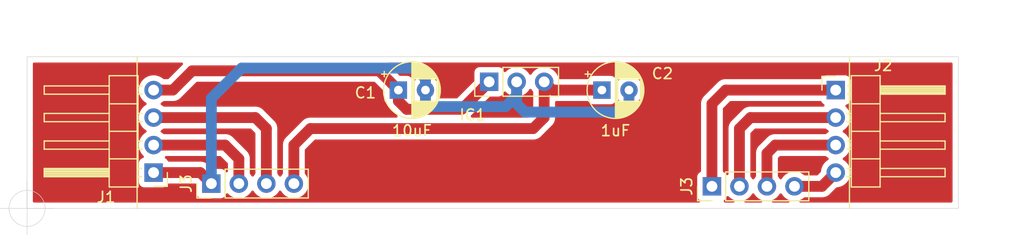
<source format=kicad_pcb>
(kicad_pcb (version 20171130) (host pcbnew 5.1.9+dfsg1-1)

  (general
    (thickness 1.6)
    (drawings 9)
    (tracks 50)
    (zones 0)
    (modules 7)
    (nets 1)
  )

  (page A4)
  (layers
    (0 F.Cu signal)
    (31 B.Cu signal)
    (32 B.Adhes user)
    (33 F.Adhes user)
    (34 B.Paste user)
    (35 F.Paste user)
    (36 B.SilkS user)
    (37 F.SilkS user)
    (38 B.Mask user)
    (39 F.Mask user)
    (40 Dwgs.User user)
    (41 Cmts.User user)
    (42 Eco1.User user)
    (43 Eco2.User user)
    (44 Edge.Cuts user)
    (45 Margin user hide)
    (46 B.CrtYd user)
    (47 F.CrtYd user)
    (48 B.Fab user)
    (49 F.Fab user)
  )

  (setup
    (last_trace_width 1)
    (user_trace_width 1)
    (trace_clearance 0.2)
    (zone_clearance 0.508)
    (zone_45_only no)
    (trace_min 0.2)
    (via_size 0.8)
    (via_drill 0.4)
    (via_min_size 0.4)
    (via_min_drill 0.3)
    (uvia_size 0.3)
    (uvia_drill 0.1)
    (uvias_allowed no)
    (uvia_min_size 0.2)
    (uvia_min_drill 0.1)
    (edge_width 0.05)
    (segment_width 0.2)
    (pcb_text_width 0.3)
    (pcb_text_size 1.5 1.5)
    (mod_edge_width 0.12)
    (mod_text_size 1 1)
    (mod_text_width 0.15)
    (pad_size 1.524 1.524)
    (pad_drill 0.762)
    (pad_to_mask_clearance 0)
    (aux_axis_origin 69 123)
    (grid_origin 69 123)
    (visible_elements FFFFFF7F)
    (pcbplotparams
      (layerselection 0x010fc_ffffffff)
      (usegerberextensions false)
      (usegerberattributes true)
      (usegerberadvancedattributes true)
      (creategerberjobfile true)
      (excludeedgelayer true)
      (linewidth 0.100000)
      (plotframeref false)
      (viasonmask false)
      (mode 1)
      (useauxorigin false)
      (hpglpennumber 1)
      (hpglpenspeed 20)
      (hpglpendiameter 15.000000)
      (psnegative false)
      (psa4output false)
      (plotreference true)
      (plotvalue true)
      (plotinvisibletext false)
      (padsonsilk false)
      (subtractmaskfromsilk false)
      (outputformat 1)
      (mirror false)
      (drillshape 1)
      (scaleselection 1)
      (outputdirectory ""))
  )

  (net 0 "")

  (net_class Default "This is the default net class."
    (clearance 0.2)
    (trace_width 0.25)
    (via_dia 0.8)
    (via_drill 0.4)
    (uvia_dia 0.3)
    (uvia_drill 0.1)
  )

  (module Capacitor_THT:CP_Radial_D5.0mm_P2.50mm (layer F.Cu) (tedit 5AE50EF0) (tstamp 60A5F701)
    (at 122.086 112.078)
    (descr "CP, Radial series, Radial, pin pitch=2.50mm, , diameter=5mm, Electrolytic Capacitor")
    (tags "CP Radial series Radial pin pitch 2.50mm  diameter 5mm Electrolytic Capacitor")
    (fp_text reference C2 (at 5.588 -1.524) (layer F.SilkS)
      (effects (font (size 1 1) (thickness 0.15)))
    )
    (fp_text value 1uF (at 1.25 3.75) (layer F.SilkS)
      (effects (font (size 1 1) (thickness 0.15)))
    )
    (fp_line (start -1.304775 -1.725) (end -1.304775 -1.225) (layer F.SilkS) (width 0.12))
    (fp_line (start -1.554775 -1.475) (end -1.054775 -1.475) (layer F.SilkS) (width 0.12))
    (fp_line (start 3.851 -0.284) (end 3.851 0.284) (layer F.SilkS) (width 0.12))
    (fp_line (start 3.811 -0.518) (end 3.811 0.518) (layer F.SilkS) (width 0.12))
    (fp_line (start 3.771 -0.677) (end 3.771 0.677) (layer F.SilkS) (width 0.12))
    (fp_line (start 3.731 -0.805) (end 3.731 0.805) (layer F.SilkS) (width 0.12))
    (fp_line (start 3.691 -0.915) (end 3.691 0.915) (layer F.SilkS) (width 0.12))
    (fp_line (start 3.651 -1.011) (end 3.651 1.011) (layer F.SilkS) (width 0.12))
    (fp_line (start 3.611 -1.098) (end 3.611 1.098) (layer F.SilkS) (width 0.12))
    (fp_line (start 3.571 -1.178) (end 3.571 1.178) (layer F.SilkS) (width 0.12))
    (fp_line (start 3.531 1.04) (end 3.531 1.251) (layer F.SilkS) (width 0.12))
    (fp_line (start 3.531 -1.251) (end 3.531 -1.04) (layer F.SilkS) (width 0.12))
    (fp_line (start 3.491 1.04) (end 3.491 1.319) (layer F.SilkS) (width 0.12))
    (fp_line (start 3.491 -1.319) (end 3.491 -1.04) (layer F.SilkS) (width 0.12))
    (fp_line (start 3.451 1.04) (end 3.451 1.383) (layer F.SilkS) (width 0.12))
    (fp_line (start 3.451 -1.383) (end 3.451 -1.04) (layer F.SilkS) (width 0.12))
    (fp_line (start 3.411 1.04) (end 3.411 1.443) (layer F.SilkS) (width 0.12))
    (fp_line (start 3.411 -1.443) (end 3.411 -1.04) (layer F.SilkS) (width 0.12))
    (fp_line (start 3.371 1.04) (end 3.371 1.5) (layer F.SilkS) (width 0.12))
    (fp_line (start 3.371 -1.5) (end 3.371 -1.04) (layer F.SilkS) (width 0.12))
    (fp_line (start 3.331 1.04) (end 3.331 1.554) (layer F.SilkS) (width 0.12))
    (fp_line (start 3.331 -1.554) (end 3.331 -1.04) (layer F.SilkS) (width 0.12))
    (fp_line (start 3.291 1.04) (end 3.291 1.605) (layer F.SilkS) (width 0.12))
    (fp_line (start 3.291 -1.605) (end 3.291 -1.04) (layer F.SilkS) (width 0.12))
    (fp_line (start 3.251 1.04) (end 3.251 1.653) (layer F.SilkS) (width 0.12))
    (fp_line (start 3.251 -1.653) (end 3.251 -1.04) (layer F.SilkS) (width 0.12))
    (fp_line (start 3.211 1.04) (end 3.211 1.699) (layer F.SilkS) (width 0.12))
    (fp_line (start 3.211 -1.699) (end 3.211 -1.04) (layer F.SilkS) (width 0.12))
    (fp_line (start 3.171 1.04) (end 3.171 1.743) (layer F.SilkS) (width 0.12))
    (fp_line (start 3.171 -1.743) (end 3.171 -1.04) (layer F.SilkS) (width 0.12))
    (fp_line (start 3.131 1.04) (end 3.131 1.785) (layer F.SilkS) (width 0.12))
    (fp_line (start 3.131 -1.785) (end 3.131 -1.04) (layer F.SilkS) (width 0.12))
    (fp_line (start 3.091 1.04) (end 3.091 1.826) (layer F.SilkS) (width 0.12))
    (fp_line (start 3.091 -1.826) (end 3.091 -1.04) (layer F.SilkS) (width 0.12))
    (fp_line (start 3.051 1.04) (end 3.051 1.864) (layer F.SilkS) (width 0.12))
    (fp_line (start 3.051 -1.864) (end 3.051 -1.04) (layer F.SilkS) (width 0.12))
    (fp_line (start 3.011 1.04) (end 3.011 1.901) (layer F.SilkS) (width 0.12))
    (fp_line (start 3.011 -1.901) (end 3.011 -1.04) (layer F.SilkS) (width 0.12))
    (fp_line (start 2.971 1.04) (end 2.971 1.937) (layer F.SilkS) (width 0.12))
    (fp_line (start 2.971 -1.937) (end 2.971 -1.04) (layer F.SilkS) (width 0.12))
    (fp_line (start 2.931 1.04) (end 2.931 1.971) (layer F.SilkS) (width 0.12))
    (fp_line (start 2.931 -1.971) (end 2.931 -1.04) (layer F.SilkS) (width 0.12))
    (fp_line (start 2.891 1.04) (end 2.891 2.004) (layer F.SilkS) (width 0.12))
    (fp_line (start 2.891 -2.004) (end 2.891 -1.04) (layer F.SilkS) (width 0.12))
    (fp_line (start 2.851 1.04) (end 2.851 2.035) (layer F.SilkS) (width 0.12))
    (fp_line (start 2.851 -2.035) (end 2.851 -1.04) (layer F.SilkS) (width 0.12))
    (fp_line (start 2.811 1.04) (end 2.811 2.065) (layer F.SilkS) (width 0.12))
    (fp_line (start 2.811 -2.065) (end 2.811 -1.04) (layer F.SilkS) (width 0.12))
    (fp_line (start 2.771 1.04) (end 2.771 2.095) (layer F.SilkS) (width 0.12))
    (fp_line (start 2.771 -2.095) (end 2.771 -1.04) (layer F.SilkS) (width 0.12))
    (fp_line (start 2.731 1.04) (end 2.731 2.122) (layer F.SilkS) (width 0.12))
    (fp_line (start 2.731 -2.122) (end 2.731 -1.04) (layer F.SilkS) (width 0.12))
    (fp_line (start 2.691 1.04) (end 2.691 2.149) (layer F.SilkS) (width 0.12))
    (fp_line (start 2.691 -2.149) (end 2.691 -1.04) (layer F.SilkS) (width 0.12))
    (fp_line (start 2.651 1.04) (end 2.651 2.175) (layer F.SilkS) (width 0.12))
    (fp_line (start 2.651 -2.175) (end 2.651 -1.04) (layer F.SilkS) (width 0.12))
    (fp_line (start 2.611 1.04) (end 2.611 2.2) (layer F.SilkS) (width 0.12))
    (fp_line (start 2.611 -2.2) (end 2.611 -1.04) (layer F.SilkS) (width 0.12))
    (fp_line (start 2.571 1.04) (end 2.571 2.224) (layer F.SilkS) (width 0.12))
    (fp_line (start 2.571 -2.224) (end 2.571 -1.04) (layer F.SilkS) (width 0.12))
    (fp_line (start 2.531 1.04) (end 2.531 2.247) (layer F.SilkS) (width 0.12))
    (fp_line (start 2.531 -2.247) (end 2.531 -1.04) (layer F.SilkS) (width 0.12))
    (fp_line (start 2.491 1.04) (end 2.491 2.268) (layer F.SilkS) (width 0.12))
    (fp_line (start 2.491 -2.268) (end 2.491 -1.04) (layer F.SilkS) (width 0.12))
    (fp_line (start 2.451 1.04) (end 2.451 2.29) (layer F.SilkS) (width 0.12))
    (fp_line (start 2.451 -2.29) (end 2.451 -1.04) (layer F.SilkS) (width 0.12))
    (fp_line (start 2.411 1.04) (end 2.411 2.31) (layer F.SilkS) (width 0.12))
    (fp_line (start 2.411 -2.31) (end 2.411 -1.04) (layer F.SilkS) (width 0.12))
    (fp_line (start 2.371 1.04) (end 2.371 2.329) (layer F.SilkS) (width 0.12))
    (fp_line (start 2.371 -2.329) (end 2.371 -1.04) (layer F.SilkS) (width 0.12))
    (fp_line (start 2.331 1.04) (end 2.331 2.348) (layer F.SilkS) (width 0.12))
    (fp_line (start 2.331 -2.348) (end 2.331 -1.04) (layer F.SilkS) (width 0.12))
    (fp_line (start 2.291 1.04) (end 2.291 2.365) (layer F.SilkS) (width 0.12))
    (fp_line (start 2.291 -2.365) (end 2.291 -1.04) (layer F.SilkS) (width 0.12))
    (fp_line (start 2.251 1.04) (end 2.251 2.382) (layer F.SilkS) (width 0.12))
    (fp_line (start 2.251 -2.382) (end 2.251 -1.04) (layer F.SilkS) (width 0.12))
    (fp_line (start 2.211 1.04) (end 2.211 2.398) (layer F.SilkS) (width 0.12))
    (fp_line (start 2.211 -2.398) (end 2.211 -1.04) (layer F.SilkS) (width 0.12))
    (fp_line (start 2.171 1.04) (end 2.171 2.414) (layer F.SilkS) (width 0.12))
    (fp_line (start 2.171 -2.414) (end 2.171 -1.04) (layer F.SilkS) (width 0.12))
    (fp_line (start 2.131 1.04) (end 2.131 2.428) (layer F.SilkS) (width 0.12))
    (fp_line (start 2.131 -2.428) (end 2.131 -1.04) (layer F.SilkS) (width 0.12))
    (fp_line (start 2.091 1.04) (end 2.091 2.442) (layer F.SilkS) (width 0.12))
    (fp_line (start 2.091 -2.442) (end 2.091 -1.04) (layer F.SilkS) (width 0.12))
    (fp_line (start 2.051 1.04) (end 2.051 2.455) (layer F.SilkS) (width 0.12))
    (fp_line (start 2.051 -2.455) (end 2.051 -1.04) (layer F.SilkS) (width 0.12))
    (fp_line (start 2.011 1.04) (end 2.011 2.468) (layer F.SilkS) (width 0.12))
    (fp_line (start 2.011 -2.468) (end 2.011 -1.04) (layer F.SilkS) (width 0.12))
    (fp_line (start 1.971 1.04) (end 1.971 2.48) (layer F.SilkS) (width 0.12))
    (fp_line (start 1.971 -2.48) (end 1.971 -1.04) (layer F.SilkS) (width 0.12))
    (fp_line (start 1.93 1.04) (end 1.93 2.491) (layer F.SilkS) (width 0.12))
    (fp_line (start 1.93 -2.491) (end 1.93 -1.04) (layer F.SilkS) (width 0.12))
    (fp_line (start 1.89 1.04) (end 1.89 2.501) (layer F.SilkS) (width 0.12))
    (fp_line (start 1.89 -2.501) (end 1.89 -1.04) (layer F.SilkS) (width 0.12))
    (fp_line (start 1.85 1.04) (end 1.85 2.511) (layer F.SilkS) (width 0.12))
    (fp_line (start 1.85 -2.511) (end 1.85 -1.04) (layer F.SilkS) (width 0.12))
    (fp_line (start 1.81 1.04) (end 1.81 2.52) (layer F.SilkS) (width 0.12))
    (fp_line (start 1.81 -2.52) (end 1.81 -1.04) (layer F.SilkS) (width 0.12))
    (fp_line (start 1.77 1.04) (end 1.77 2.528) (layer F.SilkS) (width 0.12))
    (fp_line (start 1.77 -2.528) (end 1.77 -1.04) (layer F.SilkS) (width 0.12))
    (fp_line (start 1.73 1.04) (end 1.73 2.536) (layer F.SilkS) (width 0.12))
    (fp_line (start 1.73 -2.536) (end 1.73 -1.04) (layer F.SilkS) (width 0.12))
    (fp_line (start 1.69 1.04) (end 1.69 2.543) (layer F.SilkS) (width 0.12))
    (fp_line (start 1.69 -2.543) (end 1.69 -1.04) (layer F.SilkS) (width 0.12))
    (fp_line (start 1.65 1.04) (end 1.65 2.55) (layer F.SilkS) (width 0.12))
    (fp_line (start 1.65 -2.55) (end 1.65 -1.04) (layer F.SilkS) (width 0.12))
    (fp_line (start 1.61 1.04) (end 1.61 2.556) (layer F.SilkS) (width 0.12))
    (fp_line (start 1.61 -2.556) (end 1.61 -1.04) (layer F.SilkS) (width 0.12))
    (fp_line (start 1.57 1.04) (end 1.57 2.561) (layer F.SilkS) (width 0.12))
    (fp_line (start 1.57 -2.561) (end 1.57 -1.04) (layer F.SilkS) (width 0.12))
    (fp_line (start 1.53 1.04) (end 1.53 2.565) (layer F.SilkS) (width 0.12))
    (fp_line (start 1.53 -2.565) (end 1.53 -1.04) (layer F.SilkS) (width 0.12))
    (fp_line (start 1.49 1.04) (end 1.49 2.569) (layer F.SilkS) (width 0.12))
    (fp_line (start 1.49 -2.569) (end 1.49 -1.04) (layer F.SilkS) (width 0.12))
    (fp_line (start 1.45 -2.573) (end 1.45 2.573) (layer F.SilkS) (width 0.12))
    (fp_line (start 1.41 -2.576) (end 1.41 2.576) (layer F.SilkS) (width 0.12))
    (fp_line (start 1.37 -2.578) (end 1.37 2.578) (layer F.SilkS) (width 0.12))
    (fp_line (start 1.33 -2.579) (end 1.33 2.579) (layer F.SilkS) (width 0.12))
    (fp_line (start 1.29 -2.58) (end 1.29 2.58) (layer F.SilkS) (width 0.12))
    (fp_line (start 1.25 -2.58) (end 1.25 2.58) (layer F.SilkS) (width 0.12))
    (fp_line (start -0.633605 -1.3375) (end -0.633605 -0.8375) (layer F.Fab) (width 0.1))
    (fp_line (start -0.883605 -1.0875) (end -0.383605 -1.0875) (layer F.Fab) (width 0.1))
    (fp_circle (center 1.25 0) (end 4 0) (layer F.CrtYd) (width 0.05))
    (fp_circle (center 1.25 0) (end 3.87 0) (layer F.SilkS) (width 0.12))
    (fp_circle (center 1.25 0) (end 3.75 0) (layer F.Fab) (width 0.1))
    (fp_text user %R (at 1.25 0) (layer F.Fab)
      (effects (font (size 1 1) (thickness 0.15)))
    )
    (pad 1 thru_hole rect (at 0 0) (size 1.6 1.6) (drill 0.8) (layers *.Cu *.Mask))
    (pad 2 thru_hole circle (at 2.5 0) (size 1.6 1.6) (drill 0.8) (layers *.Cu *.Mask))
    (model ${KISYS3DMOD}/Capacitor_THT.3dshapes/CP_Radial_D5.0mm_P2.50mm.wrl
      (at (xyz 0 0 0))
      (scale (xyz 1 1 1))
      (rotate (xyz 0 0 0))
    )
  )

  (module Capacitor_THT:CP_Radial_D5.0mm_P2.50mm (layer F.Cu) (tedit 5AE50EF0) (tstamp 60A5F67C)
    (at 103.29 112.078)
    (descr "CP, Radial series, Radial, pin pitch=2.50mm, , diameter=5mm, Electrolytic Capacitor")
    (tags "CP Radial series Radial pin pitch 2.50mm  diameter 5mm Electrolytic Capacitor")
    (fp_text reference C1 (at -3.048 0.254) (layer F.SilkS)
      (effects (font (size 1 1) (thickness 0.15)))
    )
    (fp_text value 10uF (at 1.25 3.75) (layer F.SilkS)
      (effects (font (size 1 1) (thickness 0.15)))
    )
    (fp_text user %R (at 1.25 0) (layer F.Fab)
      (effects (font (size 1 1) (thickness 0.15)))
    )
    (fp_circle (center 1.25 0) (end 3.75 0) (layer F.Fab) (width 0.1))
    (fp_circle (center 1.25 0) (end 3.87 0) (layer F.SilkS) (width 0.12))
    (fp_circle (center 1.25 0) (end 4 0) (layer F.CrtYd) (width 0.05))
    (fp_line (start -0.883605 -1.0875) (end -0.383605 -1.0875) (layer F.Fab) (width 0.1))
    (fp_line (start -0.633605 -1.3375) (end -0.633605 -0.8375) (layer F.Fab) (width 0.1))
    (fp_line (start 1.25 -2.58) (end 1.25 2.58) (layer F.SilkS) (width 0.12))
    (fp_line (start 1.29 -2.58) (end 1.29 2.58) (layer F.SilkS) (width 0.12))
    (fp_line (start 1.33 -2.579) (end 1.33 2.579) (layer F.SilkS) (width 0.12))
    (fp_line (start 1.37 -2.578) (end 1.37 2.578) (layer F.SilkS) (width 0.12))
    (fp_line (start 1.41 -2.576) (end 1.41 2.576) (layer F.SilkS) (width 0.12))
    (fp_line (start 1.45 -2.573) (end 1.45 2.573) (layer F.SilkS) (width 0.12))
    (fp_line (start 1.49 -2.569) (end 1.49 -1.04) (layer F.SilkS) (width 0.12))
    (fp_line (start 1.49 1.04) (end 1.49 2.569) (layer F.SilkS) (width 0.12))
    (fp_line (start 1.53 -2.565) (end 1.53 -1.04) (layer F.SilkS) (width 0.12))
    (fp_line (start 1.53 1.04) (end 1.53 2.565) (layer F.SilkS) (width 0.12))
    (fp_line (start 1.57 -2.561) (end 1.57 -1.04) (layer F.SilkS) (width 0.12))
    (fp_line (start 1.57 1.04) (end 1.57 2.561) (layer F.SilkS) (width 0.12))
    (fp_line (start 1.61 -2.556) (end 1.61 -1.04) (layer F.SilkS) (width 0.12))
    (fp_line (start 1.61 1.04) (end 1.61 2.556) (layer F.SilkS) (width 0.12))
    (fp_line (start 1.65 -2.55) (end 1.65 -1.04) (layer F.SilkS) (width 0.12))
    (fp_line (start 1.65 1.04) (end 1.65 2.55) (layer F.SilkS) (width 0.12))
    (fp_line (start 1.69 -2.543) (end 1.69 -1.04) (layer F.SilkS) (width 0.12))
    (fp_line (start 1.69 1.04) (end 1.69 2.543) (layer F.SilkS) (width 0.12))
    (fp_line (start 1.73 -2.536) (end 1.73 -1.04) (layer F.SilkS) (width 0.12))
    (fp_line (start 1.73 1.04) (end 1.73 2.536) (layer F.SilkS) (width 0.12))
    (fp_line (start 1.77 -2.528) (end 1.77 -1.04) (layer F.SilkS) (width 0.12))
    (fp_line (start 1.77 1.04) (end 1.77 2.528) (layer F.SilkS) (width 0.12))
    (fp_line (start 1.81 -2.52) (end 1.81 -1.04) (layer F.SilkS) (width 0.12))
    (fp_line (start 1.81 1.04) (end 1.81 2.52) (layer F.SilkS) (width 0.12))
    (fp_line (start 1.85 -2.511) (end 1.85 -1.04) (layer F.SilkS) (width 0.12))
    (fp_line (start 1.85 1.04) (end 1.85 2.511) (layer F.SilkS) (width 0.12))
    (fp_line (start 1.89 -2.501) (end 1.89 -1.04) (layer F.SilkS) (width 0.12))
    (fp_line (start 1.89 1.04) (end 1.89 2.501) (layer F.SilkS) (width 0.12))
    (fp_line (start 1.93 -2.491) (end 1.93 -1.04) (layer F.SilkS) (width 0.12))
    (fp_line (start 1.93 1.04) (end 1.93 2.491) (layer F.SilkS) (width 0.12))
    (fp_line (start 1.971 -2.48) (end 1.971 -1.04) (layer F.SilkS) (width 0.12))
    (fp_line (start 1.971 1.04) (end 1.971 2.48) (layer F.SilkS) (width 0.12))
    (fp_line (start 2.011 -2.468) (end 2.011 -1.04) (layer F.SilkS) (width 0.12))
    (fp_line (start 2.011 1.04) (end 2.011 2.468) (layer F.SilkS) (width 0.12))
    (fp_line (start 2.051 -2.455) (end 2.051 -1.04) (layer F.SilkS) (width 0.12))
    (fp_line (start 2.051 1.04) (end 2.051 2.455) (layer F.SilkS) (width 0.12))
    (fp_line (start 2.091 -2.442) (end 2.091 -1.04) (layer F.SilkS) (width 0.12))
    (fp_line (start 2.091 1.04) (end 2.091 2.442) (layer F.SilkS) (width 0.12))
    (fp_line (start 2.131 -2.428) (end 2.131 -1.04) (layer F.SilkS) (width 0.12))
    (fp_line (start 2.131 1.04) (end 2.131 2.428) (layer F.SilkS) (width 0.12))
    (fp_line (start 2.171 -2.414) (end 2.171 -1.04) (layer F.SilkS) (width 0.12))
    (fp_line (start 2.171 1.04) (end 2.171 2.414) (layer F.SilkS) (width 0.12))
    (fp_line (start 2.211 -2.398) (end 2.211 -1.04) (layer F.SilkS) (width 0.12))
    (fp_line (start 2.211 1.04) (end 2.211 2.398) (layer F.SilkS) (width 0.12))
    (fp_line (start 2.251 -2.382) (end 2.251 -1.04) (layer F.SilkS) (width 0.12))
    (fp_line (start 2.251 1.04) (end 2.251 2.382) (layer F.SilkS) (width 0.12))
    (fp_line (start 2.291 -2.365) (end 2.291 -1.04) (layer F.SilkS) (width 0.12))
    (fp_line (start 2.291 1.04) (end 2.291 2.365) (layer F.SilkS) (width 0.12))
    (fp_line (start 2.331 -2.348) (end 2.331 -1.04) (layer F.SilkS) (width 0.12))
    (fp_line (start 2.331 1.04) (end 2.331 2.348) (layer F.SilkS) (width 0.12))
    (fp_line (start 2.371 -2.329) (end 2.371 -1.04) (layer F.SilkS) (width 0.12))
    (fp_line (start 2.371 1.04) (end 2.371 2.329) (layer F.SilkS) (width 0.12))
    (fp_line (start 2.411 -2.31) (end 2.411 -1.04) (layer F.SilkS) (width 0.12))
    (fp_line (start 2.411 1.04) (end 2.411 2.31) (layer F.SilkS) (width 0.12))
    (fp_line (start 2.451 -2.29) (end 2.451 -1.04) (layer F.SilkS) (width 0.12))
    (fp_line (start 2.451 1.04) (end 2.451 2.29) (layer F.SilkS) (width 0.12))
    (fp_line (start 2.491 -2.268) (end 2.491 -1.04) (layer F.SilkS) (width 0.12))
    (fp_line (start 2.491 1.04) (end 2.491 2.268) (layer F.SilkS) (width 0.12))
    (fp_line (start 2.531 -2.247) (end 2.531 -1.04) (layer F.SilkS) (width 0.12))
    (fp_line (start 2.531 1.04) (end 2.531 2.247) (layer F.SilkS) (width 0.12))
    (fp_line (start 2.571 -2.224) (end 2.571 -1.04) (layer F.SilkS) (width 0.12))
    (fp_line (start 2.571 1.04) (end 2.571 2.224) (layer F.SilkS) (width 0.12))
    (fp_line (start 2.611 -2.2) (end 2.611 -1.04) (layer F.SilkS) (width 0.12))
    (fp_line (start 2.611 1.04) (end 2.611 2.2) (layer F.SilkS) (width 0.12))
    (fp_line (start 2.651 -2.175) (end 2.651 -1.04) (layer F.SilkS) (width 0.12))
    (fp_line (start 2.651 1.04) (end 2.651 2.175) (layer F.SilkS) (width 0.12))
    (fp_line (start 2.691 -2.149) (end 2.691 -1.04) (layer F.SilkS) (width 0.12))
    (fp_line (start 2.691 1.04) (end 2.691 2.149) (layer F.SilkS) (width 0.12))
    (fp_line (start 2.731 -2.122) (end 2.731 -1.04) (layer F.SilkS) (width 0.12))
    (fp_line (start 2.731 1.04) (end 2.731 2.122) (layer F.SilkS) (width 0.12))
    (fp_line (start 2.771 -2.095) (end 2.771 -1.04) (layer F.SilkS) (width 0.12))
    (fp_line (start 2.771 1.04) (end 2.771 2.095) (layer F.SilkS) (width 0.12))
    (fp_line (start 2.811 -2.065) (end 2.811 -1.04) (layer F.SilkS) (width 0.12))
    (fp_line (start 2.811 1.04) (end 2.811 2.065) (layer F.SilkS) (width 0.12))
    (fp_line (start 2.851 -2.035) (end 2.851 -1.04) (layer F.SilkS) (width 0.12))
    (fp_line (start 2.851 1.04) (end 2.851 2.035) (layer F.SilkS) (width 0.12))
    (fp_line (start 2.891 -2.004) (end 2.891 -1.04) (layer F.SilkS) (width 0.12))
    (fp_line (start 2.891 1.04) (end 2.891 2.004) (layer F.SilkS) (width 0.12))
    (fp_line (start 2.931 -1.971) (end 2.931 -1.04) (layer F.SilkS) (width 0.12))
    (fp_line (start 2.931 1.04) (end 2.931 1.971) (layer F.SilkS) (width 0.12))
    (fp_line (start 2.971 -1.937) (end 2.971 -1.04) (layer F.SilkS) (width 0.12))
    (fp_line (start 2.971 1.04) (end 2.971 1.937) (layer F.SilkS) (width 0.12))
    (fp_line (start 3.011 -1.901) (end 3.011 -1.04) (layer F.SilkS) (width 0.12))
    (fp_line (start 3.011 1.04) (end 3.011 1.901) (layer F.SilkS) (width 0.12))
    (fp_line (start 3.051 -1.864) (end 3.051 -1.04) (layer F.SilkS) (width 0.12))
    (fp_line (start 3.051 1.04) (end 3.051 1.864) (layer F.SilkS) (width 0.12))
    (fp_line (start 3.091 -1.826) (end 3.091 -1.04) (layer F.SilkS) (width 0.12))
    (fp_line (start 3.091 1.04) (end 3.091 1.826) (layer F.SilkS) (width 0.12))
    (fp_line (start 3.131 -1.785) (end 3.131 -1.04) (layer F.SilkS) (width 0.12))
    (fp_line (start 3.131 1.04) (end 3.131 1.785) (layer F.SilkS) (width 0.12))
    (fp_line (start 3.171 -1.743) (end 3.171 -1.04) (layer F.SilkS) (width 0.12))
    (fp_line (start 3.171 1.04) (end 3.171 1.743) (layer F.SilkS) (width 0.12))
    (fp_line (start 3.211 -1.699) (end 3.211 -1.04) (layer F.SilkS) (width 0.12))
    (fp_line (start 3.211 1.04) (end 3.211 1.699) (layer F.SilkS) (width 0.12))
    (fp_line (start 3.251 -1.653) (end 3.251 -1.04) (layer F.SilkS) (width 0.12))
    (fp_line (start 3.251 1.04) (end 3.251 1.653) (layer F.SilkS) (width 0.12))
    (fp_line (start 3.291 -1.605) (end 3.291 -1.04) (layer F.SilkS) (width 0.12))
    (fp_line (start 3.291 1.04) (end 3.291 1.605) (layer F.SilkS) (width 0.12))
    (fp_line (start 3.331 -1.554) (end 3.331 -1.04) (layer F.SilkS) (width 0.12))
    (fp_line (start 3.331 1.04) (end 3.331 1.554) (layer F.SilkS) (width 0.12))
    (fp_line (start 3.371 -1.5) (end 3.371 -1.04) (layer F.SilkS) (width 0.12))
    (fp_line (start 3.371 1.04) (end 3.371 1.5) (layer F.SilkS) (width 0.12))
    (fp_line (start 3.411 -1.443) (end 3.411 -1.04) (layer F.SilkS) (width 0.12))
    (fp_line (start 3.411 1.04) (end 3.411 1.443) (layer F.SilkS) (width 0.12))
    (fp_line (start 3.451 -1.383) (end 3.451 -1.04) (layer F.SilkS) (width 0.12))
    (fp_line (start 3.451 1.04) (end 3.451 1.383) (layer F.SilkS) (width 0.12))
    (fp_line (start 3.491 -1.319) (end 3.491 -1.04) (layer F.SilkS) (width 0.12))
    (fp_line (start 3.491 1.04) (end 3.491 1.319) (layer F.SilkS) (width 0.12))
    (fp_line (start 3.531 -1.251) (end 3.531 -1.04) (layer F.SilkS) (width 0.12))
    (fp_line (start 3.531 1.04) (end 3.531 1.251) (layer F.SilkS) (width 0.12))
    (fp_line (start 3.571 -1.178) (end 3.571 1.178) (layer F.SilkS) (width 0.12))
    (fp_line (start 3.611 -1.098) (end 3.611 1.098) (layer F.SilkS) (width 0.12))
    (fp_line (start 3.651 -1.011) (end 3.651 1.011) (layer F.SilkS) (width 0.12))
    (fp_line (start 3.691 -0.915) (end 3.691 0.915) (layer F.SilkS) (width 0.12))
    (fp_line (start 3.731 -0.805) (end 3.731 0.805) (layer F.SilkS) (width 0.12))
    (fp_line (start 3.771 -0.677) (end 3.771 0.677) (layer F.SilkS) (width 0.12))
    (fp_line (start 3.811 -0.518) (end 3.811 0.518) (layer F.SilkS) (width 0.12))
    (fp_line (start 3.851 -0.284) (end 3.851 0.284) (layer F.SilkS) (width 0.12))
    (fp_line (start -1.554775 -1.475) (end -1.054775 -1.475) (layer F.SilkS) (width 0.12))
    (fp_line (start -1.304775 -1.725) (end -1.304775 -1.225) (layer F.SilkS) (width 0.12))
    (pad 2 thru_hole circle (at 2.5 0) (size 1.6 1.6) (drill 0.8) (layers *.Cu *.Mask))
    (pad 1 thru_hole rect (at 0 0) (size 1.6 1.6) (drill 0.8) (layers *.Cu *.Mask))
    (model ${KISYS3DMOD}/Capacitor_THT.3dshapes/CP_Radial_D5.0mm_P2.50mm.wrl
      (at (xyz 0 0 0))
      (scale (xyz 1 1 1))
      (rotate (xyz 0 0 0))
    )
  )

  (module Connector_PinHeader_2.54mm:PinHeader_1x03_P2.54mm_Vertical (layer F.Cu) (tedit 59FED5CC) (tstamp 60A60642)
    (at 111.672 111.316 90)
    (descr "Through hole straight pin header, 1x03, 2.54mm pitch, single row")
    (tags "Through hole pin header THT 1x03 2.54mm single row")
    (fp_text reference IC1 (at -3.048 -1.524 180) (layer F.SilkS)
      (effects (font (size 1 1) (thickness 0.15)))
    )
    (fp_text value LM78L05 (at -3.048 4.572 180) (layer F.Fab)
      (effects (font (size 1 1) (thickness 0.15)))
    )
    (fp_text user %R (at 0 2.54) (layer F.Fab)
      (effects (font (size 1 1) (thickness 0.15)))
    )
    (fp_line (start -0.635 -1.27) (end 1.27 -1.27) (layer F.Fab) (width 0.1))
    (fp_line (start 1.27 -1.27) (end 1.27 6.35) (layer F.Fab) (width 0.1))
    (fp_line (start 1.27 6.35) (end -1.27 6.35) (layer F.Fab) (width 0.1))
    (fp_line (start -1.27 6.35) (end -1.27 -0.635) (layer F.Fab) (width 0.1))
    (fp_line (start -1.27 -0.635) (end -0.635 -1.27) (layer F.Fab) (width 0.1))
    (fp_line (start -1.33 6.41) (end 1.33 6.41) (layer F.SilkS) (width 0.12))
    (fp_line (start -1.33 1.27) (end -1.33 6.41) (layer F.SilkS) (width 0.12))
    (fp_line (start 1.33 1.27) (end 1.33 6.41) (layer F.SilkS) (width 0.12))
    (fp_line (start -1.33 1.27) (end 1.33 1.27) (layer F.SilkS) (width 0.12))
    (fp_line (start -1.33 0) (end -1.33 -1.33) (layer F.SilkS) (width 0.12))
    (fp_line (start -1.33 -1.33) (end 0 -1.33) (layer F.SilkS) (width 0.12))
    (fp_line (start -1.8 -1.8) (end -1.8 6.85) (layer F.CrtYd) (width 0.05))
    (fp_line (start -1.8 6.85) (end 1.8 6.85) (layer F.CrtYd) (width 0.05))
    (fp_line (start 1.8 6.85) (end 1.8 -1.8) (layer F.CrtYd) (width 0.05))
    (fp_line (start 1.8 -1.8) (end -1.8 -1.8) (layer F.CrtYd) (width 0.05))
    (pad 3 thru_hole oval (at 0 5.08 90) (size 1.7 1.7) (drill 1) (layers *.Cu *.Mask))
    (pad 2 thru_hole oval (at 0 2.54 90) (size 1.7 1.7) (drill 1) (layers *.Cu *.Mask))
    (pad 1 thru_hole rect (at 0 0 90) (size 1.7 1.7) (drill 1) (layers *.Cu *.Mask))
    (model ${KISYS3DMOD}/Connector_PinHeader_2.54mm.3dshapes/PinHeader_1x03_P2.54mm_Vertical.wrl
      (at (xyz 0 0 0))
      (scale (xyz 1 1 1))
      (rotate (xyz 0 0 0))
    )
  )

  (module Connector_PinHeader_2.54mm:PinHeader_1x04_P2.54mm_Vertical (layer F.Cu) (tedit 59FED5CC) (tstamp 60A5C962)
    (at 132.246 120.968 90)
    (descr "Through hole straight pin header, 1x04, 2.54mm pitch, single row")
    (tags "Through hole pin header THT 1x04 2.54mm single row")
    (fp_text reference J3 (at 0 -2.33 90) (layer F.SilkS)
      (effects (font (size 1 1) (thickness 0.15)))
    )
    (fp_text value "" (at 0 9.95 90) (layer F.Fab)
      (effects (font (size 1 1) (thickness 0.15)))
    )
    (fp_line (start 1.8 -1.8) (end -1.8 -1.8) (layer F.CrtYd) (width 0.05))
    (fp_line (start 1.8 9.4) (end 1.8 -1.8) (layer F.CrtYd) (width 0.05))
    (fp_line (start -1.8 9.4) (end 1.8 9.4) (layer F.CrtYd) (width 0.05))
    (fp_line (start -1.8 -1.8) (end -1.8 9.4) (layer F.CrtYd) (width 0.05))
    (fp_line (start -1.33 -1.33) (end 0 -1.33) (layer F.SilkS) (width 0.12))
    (fp_line (start -1.33 0) (end -1.33 -1.33) (layer F.SilkS) (width 0.12))
    (fp_line (start -1.33 1.27) (end 1.33 1.27) (layer F.SilkS) (width 0.12))
    (fp_line (start 1.33 1.27) (end 1.33 8.95) (layer F.SilkS) (width 0.12))
    (fp_line (start -1.33 1.27) (end -1.33 8.95) (layer F.SilkS) (width 0.12))
    (fp_line (start -1.33 8.95) (end 1.33 8.95) (layer F.SilkS) (width 0.12))
    (fp_line (start -1.27 -0.635) (end -0.635 -1.27) (layer F.Fab) (width 0.1))
    (fp_line (start -1.27 8.89) (end -1.27 -0.635) (layer F.Fab) (width 0.1))
    (fp_line (start 1.27 8.89) (end -1.27 8.89) (layer F.Fab) (width 0.1))
    (fp_line (start 1.27 -1.27) (end 1.27 8.89) (layer F.Fab) (width 0.1))
    (fp_line (start -0.635 -1.27) (end 1.27 -1.27) (layer F.Fab) (width 0.1))
    (fp_text user %R (at 0 3.81) (layer F.Fab)
      (effects (font (size 1 1) (thickness 0.15)))
    )
    (pad 1 thru_hole rect (at 0 0 90) (size 1.7 1.7) (drill 1) (layers *.Cu *.Mask))
    (pad 2 thru_hole oval (at 0 2.54 90) (size 1.7 1.7) (drill 1) (layers *.Cu *.Mask))
    (pad 3 thru_hole oval (at 0 5.08 90) (size 1.7 1.7) (drill 1) (layers *.Cu *.Mask))
    (pad 4 thru_hole oval (at 0 7.62 90) (size 1.7 1.7) (drill 1) (layers *.Cu *.Mask))
    (model ${KISYS3DMOD}/Connector_PinHeader_2.54mm.3dshapes/PinHeader_1x04_P2.54mm_Vertical.wrl
      (at (xyz 0 0 0))
      (scale (xyz 1 1 1))
      (rotate (xyz 0 0 0))
    )
  )

  (module Connector_PinHeader_2.54mm:PinHeader_1x04_P2.54mm_Vertical (layer F.Cu) (tedit 59FED5CC) (tstamp 60A5C8A8)
    (at 86.018 120.714 90)
    (descr "Through hole straight pin header, 1x04, 2.54mm pitch, single row")
    (tags "Through hole pin header THT 1x04 2.54mm single row")
    (fp_text reference J3 (at 0 -2.33 90) (layer F.SilkS)
      (effects (font (size 1 1) (thickness 0.15)))
    )
    (fp_text value "" (at 0 9.95 90) (layer F.Fab)
      (effects (font (size 1 1) (thickness 0.15)))
    )
    (fp_text user %R (at 0 3.81) (layer F.Fab)
      (effects (font (size 1 1) (thickness 0.15)))
    )
    (fp_line (start -0.635 -1.27) (end 1.27 -1.27) (layer F.Fab) (width 0.1))
    (fp_line (start 1.27 -1.27) (end 1.27 8.89) (layer F.Fab) (width 0.1))
    (fp_line (start 1.27 8.89) (end -1.27 8.89) (layer F.Fab) (width 0.1))
    (fp_line (start -1.27 8.89) (end -1.27 -0.635) (layer F.Fab) (width 0.1))
    (fp_line (start -1.27 -0.635) (end -0.635 -1.27) (layer F.Fab) (width 0.1))
    (fp_line (start -1.33 8.95) (end 1.33 8.95) (layer F.SilkS) (width 0.12))
    (fp_line (start -1.33 1.27) (end -1.33 8.95) (layer F.SilkS) (width 0.12))
    (fp_line (start 1.33 1.27) (end 1.33 8.95) (layer F.SilkS) (width 0.12))
    (fp_line (start -1.33 1.27) (end 1.33 1.27) (layer F.SilkS) (width 0.12))
    (fp_line (start -1.33 0) (end -1.33 -1.33) (layer F.SilkS) (width 0.12))
    (fp_line (start -1.33 -1.33) (end 0 -1.33) (layer F.SilkS) (width 0.12))
    (fp_line (start -1.8 -1.8) (end -1.8 9.4) (layer F.CrtYd) (width 0.05))
    (fp_line (start -1.8 9.4) (end 1.8 9.4) (layer F.CrtYd) (width 0.05))
    (fp_line (start 1.8 9.4) (end 1.8 -1.8) (layer F.CrtYd) (width 0.05))
    (fp_line (start 1.8 -1.8) (end -1.8 -1.8) (layer F.CrtYd) (width 0.05))
    (pad 4 thru_hole oval (at 0 7.62 90) (size 1.7 1.7) (drill 1) (layers *.Cu *.Mask))
    (pad 3 thru_hole oval (at 0 5.08 90) (size 1.7 1.7) (drill 1) (layers *.Cu *.Mask))
    (pad 2 thru_hole oval (at 0 2.54 90) (size 1.7 1.7) (drill 1) (layers *.Cu *.Mask))
    (pad 1 thru_hole rect (at 0 0 90) (size 1.7 1.7) (drill 1) (layers *.Cu *.Mask))
    (model ${KISYS3DMOD}/Connector_PinHeader_2.54mm.3dshapes/PinHeader_1x04_P2.54mm_Vertical.wrl
      (at (xyz 0 0 0))
      (scale (xyz 1 1 1))
      (rotate (xyz 0 0 0))
    )
  )

  (module Connector_PinHeader_2.54mm:PinHeader_1x04_P2.54mm_Horizontal (layer F.Cu) (tedit 59FED5CB) (tstamp 60A5C3A0)
    (at 143.676 112.078)
    (descr "Through hole angled pin header, 1x04, 2.54mm pitch, 6mm pin length, single row")
    (tags "Through hole angled pin header THT 1x04 2.54mm single row")
    (fp_text reference J2 (at 4.385 -2.27) (layer F.SilkS)
      (effects (font (size 1 1) (thickness 0.15)))
    )
    (fp_text value "" (at 4.385 9.89) (layer F.Fab)
      (effects (font (size 1 1) (thickness 0.15)))
    )
    (fp_line (start 10.55 -1.8) (end -1.8 -1.8) (layer F.CrtYd) (width 0.05))
    (fp_line (start 10.55 9.4) (end 10.55 -1.8) (layer F.CrtYd) (width 0.05))
    (fp_line (start -1.8 9.4) (end 10.55 9.4) (layer F.CrtYd) (width 0.05))
    (fp_line (start -1.8 -1.8) (end -1.8 9.4) (layer F.CrtYd) (width 0.05))
    (fp_line (start -1.27 -1.27) (end 0 -1.27) (layer F.SilkS) (width 0.12))
    (fp_line (start -1.27 0) (end -1.27 -1.27) (layer F.SilkS) (width 0.12))
    (fp_line (start 1.042929 8) (end 1.44 8) (layer F.SilkS) (width 0.12))
    (fp_line (start 1.042929 7.24) (end 1.44 7.24) (layer F.SilkS) (width 0.12))
    (fp_line (start 10.1 8) (end 4.1 8) (layer F.SilkS) (width 0.12))
    (fp_line (start 10.1 7.24) (end 10.1 8) (layer F.SilkS) (width 0.12))
    (fp_line (start 4.1 7.24) (end 10.1 7.24) (layer F.SilkS) (width 0.12))
    (fp_line (start 1.44 6.35) (end 4.1 6.35) (layer F.SilkS) (width 0.12))
    (fp_line (start 1.042929 5.46) (end 1.44 5.46) (layer F.SilkS) (width 0.12))
    (fp_line (start 1.042929 4.7) (end 1.44 4.7) (layer F.SilkS) (width 0.12))
    (fp_line (start 10.1 5.46) (end 4.1 5.46) (layer F.SilkS) (width 0.12))
    (fp_line (start 10.1 4.7) (end 10.1 5.46) (layer F.SilkS) (width 0.12))
    (fp_line (start 4.1 4.7) (end 10.1 4.7) (layer F.SilkS) (width 0.12))
    (fp_line (start 1.44 3.81) (end 4.1 3.81) (layer F.SilkS) (width 0.12))
    (fp_line (start 1.042929 2.92) (end 1.44 2.92) (layer F.SilkS) (width 0.12))
    (fp_line (start 1.042929 2.16) (end 1.44 2.16) (layer F.SilkS) (width 0.12))
    (fp_line (start 10.1 2.92) (end 4.1 2.92) (layer F.SilkS) (width 0.12))
    (fp_line (start 10.1 2.16) (end 10.1 2.92) (layer F.SilkS) (width 0.12))
    (fp_line (start 4.1 2.16) (end 10.1 2.16) (layer F.SilkS) (width 0.12))
    (fp_line (start 1.44 1.27) (end 4.1 1.27) (layer F.SilkS) (width 0.12))
    (fp_line (start 1.11 0.38) (end 1.44 0.38) (layer F.SilkS) (width 0.12))
    (fp_line (start 1.11 -0.38) (end 1.44 -0.38) (layer F.SilkS) (width 0.12))
    (fp_line (start 4.1 0.28) (end 10.1 0.28) (layer F.SilkS) (width 0.12))
    (fp_line (start 4.1 0.16) (end 10.1 0.16) (layer F.SilkS) (width 0.12))
    (fp_line (start 4.1 0.04) (end 10.1 0.04) (layer F.SilkS) (width 0.12))
    (fp_line (start 4.1 -0.08) (end 10.1 -0.08) (layer F.SilkS) (width 0.12))
    (fp_line (start 4.1 -0.2) (end 10.1 -0.2) (layer F.SilkS) (width 0.12))
    (fp_line (start 4.1 -0.32) (end 10.1 -0.32) (layer F.SilkS) (width 0.12))
    (fp_line (start 10.1 0.38) (end 4.1 0.38) (layer F.SilkS) (width 0.12))
    (fp_line (start 10.1 -0.38) (end 10.1 0.38) (layer F.SilkS) (width 0.12))
    (fp_line (start 4.1 -0.38) (end 10.1 -0.38) (layer F.SilkS) (width 0.12))
    (fp_line (start 4.1 -1.33) (end 1.44 -1.33) (layer F.SilkS) (width 0.12))
    (fp_line (start 4.1 8.95) (end 4.1 -1.33) (layer F.SilkS) (width 0.12))
    (fp_line (start 1.44 8.95) (end 4.1 8.95) (layer F.SilkS) (width 0.12))
    (fp_line (start 1.44 -1.33) (end 1.44 8.95) (layer F.SilkS) (width 0.12))
    (fp_line (start 4.04 7.94) (end 10.04 7.94) (layer F.Fab) (width 0.1))
    (fp_line (start 10.04 7.3) (end 10.04 7.94) (layer F.Fab) (width 0.1))
    (fp_line (start 4.04 7.3) (end 10.04 7.3) (layer F.Fab) (width 0.1))
    (fp_line (start -0.32 7.94) (end 1.5 7.94) (layer F.Fab) (width 0.1))
    (fp_line (start -0.32 7.3) (end -0.32 7.94) (layer F.Fab) (width 0.1))
    (fp_line (start -0.32 7.3) (end 1.5 7.3) (layer F.Fab) (width 0.1))
    (fp_line (start 4.04 5.4) (end 10.04 5.4) (layer F.Fab) (width 0.1))
    (fp_line (start 10.04 4.76) (end 10.04 5.4) (layer F.Fab) (width 0.1))
    (fp_line (start 4.04 4.76) (end 10.04 4.76) (layer F.Fab) (width 0.1))
    (fp_line (start -0.32 5.4) (end 1.5 5.4) (layer F.Fab) (width 0.1))
    (fp_line (start -0.32 4.76) (end -0.32 5.4) (layer F.Fab) (width 0.1))
    (fp_line (start -0.32 4.76) (end 1.5 4.76) (layer F.Fab) (width 0.1))
    (fp_line (start 4.04 2.86) (end 10.04 2.86) (layer F.Fab) (width 0.1))
    (fp_line (start 10.04 2.22) (end 10.04 2.86) (layer F.Fab) (width 0.1))
    (fp_line (start 4.04 2.22) (end 10.04 2.22) (layer F.Fab) (width 0.1))
    (fp_line (start -0.32 2.86) (end 1.5 2.86) (layer F.Fab) (width 0.1))
    (fp_line (start -0.32 2.22) (end -0.32 2.86) (layer F.Fab) (width 0.1))
    (fp_line (start -0.32 2.22) (end 1.5 2.22) (layer F.Fab) (width 0.1))
    (fp_line (start 4.04 0.32) (end 10.04 0.32) (layer F.Fab) (width 0.1))
    (fp_line (start 10.04 -0.32) (end 10.04 0.32) (layer F.Fab) (width 0.1))
    (fp_line (start 4.04 -0.32) (end 10.04 -0.32) (layer F.Fab) (width 0.1))
    (fp_line (start -0.32 0.32) (end 1.5 0.32) (layer F.Fab) (width 0.1))
    (fp_line (start -0.32 -0.32) (end -0.32 0.32) (layer F.Fab) (width 0.1))
    (fp_line (start -0.32 -0.32) (end 1.5 -0.32) (layer F.Fab) (width 0.1))
    (fp_line (start 1.5 -0.635) (end 2.135 -1.27) (layer F.Fab) (width 0.1))
    (fp_line (start 1.5 8.89) (end 1.5 -0.635) (layer F.Fab) (width 0.1))
    (fp_line (start 4.04 8.89) (end 1.5 8.89) (layer F.Fab) (width 0.1))
    (fp_line (start 4.04 -1.27) (end 4.04 8.89) (layer F.Fab) (width 0.1))
    (fp_line (start 2.135 -1.27) (end 4.04 -1.27) (layer F.Fab) (width 0.1))
    (fp_text user %R (at 2.77 3.81 90) (layer F.Fab)
      (effects (font (size 1 1) (thickness 0.15)))
    )
    (pad 1 thru_hole rect (at 0 0) (size 1.7 1.7) (drill 1) (layers *.Cu *.Mask))
    (pad 2 thru_hole oval (at 0 2.54) (size 1.7 1.7) (drill 1) (layers *.Cu *.Mask))
    (pad 3 thru_hole oval (at 0 5.08) (size 1.7 1.7) (drill 1) (layers *.Cu *.Mask))
    (pad 4 thru_hole oval (at 0 7.62) (size 1.7 1.7) (drill 1) (layers *.Cu *.Mask))
    (model ${KISYS3DMOD}/Connector_PinHeader_2.54mm.3dshapes/PinHeader_1x04_P2.54mm_Horizontal.wrl
      (at (xyz 0 0 0))
      (scale (xyz 1 1 1))
      (rotate (xyz 0 0 0))
    )
  )

  (module Connector_PinHeader_2.54mm:PinHeader_1x04_P2.54mm_Horizontal (layer F.Cu) (tedit 59FED5CB) (tstamp 60A5C0A3)
    (at 80.684 119.698 180)
    (descr "Through hole angled pin header, 1x04, 2.54mm pitch, 6mm pin length, single row")
    (tags "Through hole angled pin header THT 1x04 2.54mm single row")
    (fp_text reference J1 (at 4.385 -2.27) (layer F.SilkS)
      (effects (font (size 1 1) (thickness 0.15)))
    )
    (fp_text value "" (at 4.385 9.89) (layer F.Fab)
      (effects (font (size 1 1) (thickness 0.15)))
    )
    (fp_text user %R (at 2.77 3.81 90) (layer F.Fab)
      (effects (font (size 1 1) (thickness 0.15)))
    )
    (fp_line (start 2.135 -1.27) (end 4.04 -1.27) (layer F.Fab) (width 0.1))
    (fp_line (start 4.04 -1.27) (end 4.04 8.89) (layer F.Fab) (width 0.1))
    (fp_line (start 4.04 8.89) (end 1.5 8.89) (layer F.Fab) (width 0.1))
    (fp_line (start 1.5 8.89) (end 1.5 -0.635) (layer F.Fab) (width 0.1))
    (fp_line (start 1.5 -0.635) (end 2.135 -1.27) (layer F.Fab) (width 0.1))
    (fp_line (start -0.32 -0.32) (end 1.5 -0.32) (layer F.Fab) (width 0.1))
    (fp_line (start -0.32 -0.32) (end -0.32 0.32) (layer F.Fab) (width 0.1))
    (fp_line (start -0.32 0.32) (end 1.5 0.32) (layer F.Fab) (width 0.1))
    (fp_line (start 4.04 -0.32) (end 10.04 -0.32) (layer F.Fab) (width 0.1))
    (fp_line (start 10.04 -0.32) (end 10.04 0.32) (layer F.Fab) (width 0.1))
    (fp_line (start 4.04 0.32) (end 10.04 0.32) (layer F.Fab) (width 0.1))
    (fp_line (start -0.32 2.22) (end 1.5 2.22) (layer F.Fab) (width 0.1))
    (fp_line (start -0.32 2.22) (end -0.32 2.86) (layer F.Fab) (width 0.1))
    (fp_line (start -0.32 2.86) (end 1.5 2.86) (layer F.Fab) (width 0.1))
    (fp_line (start 4.04 2.22) (end 10.04 2.22) (layer F.Fab) (width 0.1))
    (fp_line (start 10.04 2.22) (end 10.04 2.86) (layer F.Fab) (width 0.1))
    (fp_line (start 4.04 2.86) (end 10.04 2.86) (layer F.Fab) (width 0.1))
    (fp_line (start -0.32 4.76) (end 1.5 4.76) (layer F.Fab) (width 0.1))
    (fp_line (start -0.32 4.76) (end -0.32 5.4) (layer F.Fab) (width 0.1))
    (fp_line (start -0.32 5.4) (end 1.5 5.4) (layer F.Fab) (width 0.1))
    (fp_line (start 4.04 4.76) (end 10.04 4.76) (layer F.Fab) (width 0.1))
    (fp_line (start 10.04 4.76) (end 10.04 5.4) (layer F.Fab) (width 0.1))
    (fp_line (start 4.04 5.4) (end 10.04 5.4) (layer F.Fab) (width 0.1))
    (fp_line (start -0.32 7.3) (end 1.5 7.3) (layer F.Fab) (width 0.1))
    (fp_line (start -0.32 7.3) (end -0.32 7.94) (layer F.Fab) (width 0.1))
    (fp_line (start -0.32 7.94) (end 1.5 7.94) (layer F.Fab) (width 0.1))
    (fp_line (start 4.04 7.3) (end 10.04 7.3) (layer F.Fab) (width 0.1))
    (fp_line (start 10.04 7.3) (end 10.04 7.94) (layer F.Fab) (width 0.1))
    (fp_line (start 4.04 7.94) (end 10.04 7.94) (layer F.Fab) (width 0.1))
    (fp_line (start 1.44 -1.33) (end 1.44 8.95) (layer F.SilkS) (width 0.12))
    (fp_line (start 1.44 8.95) (end 4.1 8.95) (layer F.SilkS) (width 0.12))
    (fp_line (start 4.1 8.95) (end 4.1 -1.33) (layer F.SilkS) (width 0.12))
    (fp_line (start 4.1 -1.33) (end 1.44 -1.33) (layer F.SilkS) (width 0.12))
    (fp_line (start 4.1 -0.38) (end 10.1 -0.38) (layer F.SilkS) (width 0.12))
    (fp_line (start 10.1 -0.38) (end 10.1 0.38) (layer F.SilkS) (width 0.12))
    (fp_line (start 10.1 0.38) (end 4.1 0.38) (layer F.SilkS) (width 0.12))
    (fp_line (start 4.1 -0.32) (end 10.1 -0.32) (layer F.SilkS) (width 0.12))
    (fp_line (start 4.1 -0.2) (end 10.1 -0.2) (layer F.SilkS) (width 0.12))
    (fp_line (start 4.1 -0.08) (end 10.1 -0.08) (layer F.SilkS) (width 0.12))
    (fp_line (start 4.1 0.04) (end 10.1 0.04) (layer F.SilkS) (width 0.12))
    (fp_line (start 4.1 0.16) (end 10.1 0.16) (layer F.SilkS) (width 0.12))
    (fp_line (start 4.1 0.28) (end 10.1 0.28) (layer F.SilkS) (width 0.12))
    (fp_line (start 1.11 -0.38) (end 1.44 -0.38) (layer F.SilkS) (width 0.12))
    (fp_line (start 1.11 0.38) (end 1.44 0.38) (layer F.SilkS) (width 0.12))
    (fp_line (start 1.44 1.27) (end 4.1 1.27) (layer F.SilkS) (width 0.12))
    (fp_line (start 4.1 2.16) (end 10.1 2.16) (layer F.SilkS) (width 0.12))
    (fp_line (start 10.1 2.16) (end 10.1 2.92) (layer F.SilkS) (width 0.12))
    (fp_line (start 10.1 2.92) (end 4.1 2.92) (layer F.SilkS) (width 0.12))
    (fp_line (start 1.042929 2.16) (end 1.44 2.16) (layer F.SilkS) (width 0.12))
    (fp_line (start 1.042929 2.92) (end 1.44 2.92) (layer F.SilkS) (width 0.12))
    (fp_line (start 1.44 3.81) (end 4.1 3.81) (layer F.SilkS) (width 0.12))
    (fp_line (start 4.1 4.7) (end 10.1 4.7) (layer F.SilkS) (width 0.12))
    (fp_line (start 10.1 4.7) (end 10.1 5.46) (layer F.SilkS) (width 0.12))
    (fp_line (start 10.1 5.46) (end 4.1 5.46) (layer F.SilkS) (width 0.12))
    (fp_line (start 1.042929 4.7) (end 1.44 4.7) (layer F.SilkS) (width 0.12))
    (fp_line (start 1.042929 5.46) (end 1.44 5.46) (layer F.SilkS) (width 0.12))
    (fp_line (start 1.44 6.35) (end 4.1 6.35) (layer F.SilkS) (width 0.12))
    (fp_line (start 4.1 7.24) (end 10.1 7.24) (layer F.SilkS) (width 0.12))
    (fp_line (start 10.1 7.24) (end 10.1 8) (layer F.SilkS) (width 0.12))
    (fp_line (start 10.1 8) (end 4.1 8) (layer F.SilkS) (width 0.12))
    (fp_line (start 1.042929 7.24) (end 1.44 7.24) (layer F.SilkS) (width 0.12))
    (fp_line (start 1.042929 8) (end 1.44 8) (layer F.SilkS) (width 0.12))
    (fp_line (start -1.27 0) (end -1.27 -1.27) (layer F.SilkS) (width 0.12))
    (fp_line (start -1.27 -1.27) (end 0 -1.27) (layer F.SilkS) (width 0.12))
    (fp_line (start -1.8 -1.8) (end -1.8 9.4) (layer F.CrtYd) (width 0.05))
    (fp_line (start -1.8 9.4) (end 10.55 9.4) (layer F.CrtYd) (width 0.05))
    (fp_line (start 10.55 9.4) (end 10.55 -1.8) (layer F.CrtYd) (width 0.05))
    (fp_line (start 10.55 -1.8) (end -1.8 -1.8) (layer F.CrtYd) (width 0.05))
    (pad 4 thru_hole oval (at 0 7.62 180) (size 1.7 1.7) (drill 1) (layers *.Cu *.Mask))
    (pad 3 thru_hole oval (at 0 5.08 180) (size 1.7 1.7) (drill 1) (layers *.Cu *.Mask))
    (pad 2 thru_hole oval (at 0 2.54 180) (size 1.7 1.7) (drill 1) (layers *.Cu *.Mask))
    (pad 1 thru_hole rect (at 0 0 180) (size 1.7 1.7) (drill 1) (layers *.Cu *.Mask))
    (model ${KISYS3DMOD}/Connector_PinHeader_2.54mm.3dshapes/PinHeader_1x04_P2.54mm_Horizontal.wrl
      (at (xyz 0 0 0))
      (scale (xyz 1 1 1))
      (rotate (xyz 0 0 0))
    )
  )

  (dimension 13.97 (width 0.15) (layer Dwgs.User)
    (gr_text "14 mm" (at 159.708 116.015 -90) (layer Dwgs.User)
      (effects (font (size 1 1) (thickness 0.15)))
    )
    (feature1 (pts (xy 156.884 123) (xy 158.994421 123)))
    (feature2 (pts (xy 156.884 109.03) (xy 158.994421 109.03)))
    (crossbar (pts (xy 158.408 109.03) (xy 158.408 123)))
    (arrow1a (pts (xy 158.408 123) (xy 157.821579 121.873496)))
    (arrow1b (pts (xy 158.408 123) (xy 158.994421 121.873496)))
    (arrow2a (pts (xy 158.408 109.03) (xy 157.821579 110.156504)))
    (arrow2b (pts (xy 158.408 109.03) (xy 158.994421 110.156504)))
  )
  (dimension 86.106 (width 0.15) (layer Dwgs.User)
    (gr_text "86 mm" (at 111.926 104.458) (layer Dwgs.User)
      (effects (font (size 1 1) (thickness 0.15)))
    )
    (feature1 (pts (xy 68.873 108.043999) (xy 68.873 105.171579)))
    (feature2 (pts (xy 154.979 108.043998) (xy 154.979 105.171578)))
    (crossbar (pts (xy 154.979 105.757999) (xy 68.873 105.758)))
    (arrow1a (pts (xy 68.873 105.758) (xy 69.999504 105.171579)))
    (arrow1b (pts (xy 68.873 105.758) (xy 69.999504 106.344421)))
    (arrow2a (pts (xy 154.979 105.757999) (xy 153.852496 105.171578)))
    (arrow2b (pts (xy 154.979 105.757999) (xy 153.852496 106.34442)))
  )
  (gr_line (start 79.16 109.03) (end 79.16 123) (layer F.SilkS) (width 0.12))
  (gr_line (start 144.946 109.03) (end 144.946 123) (layer F.SilkS) (width 0.12))
  (target plus (at 69 123) (size 5) (width 0.05) (layer Edge.Cuts))
  (gr_line (start 155 123) (end 69 123) (layer Edge.Cuts) (width 0.05))
  (gr_line (start 155 109) (end 155 123) (layer Edge.Cuts) (width 0.05))
  (gr_line (start 69 109) (end 155 109) (layer Edge.Cuts) (width 0.05))
  (gr_line (start 69 123) (end 69 109) (layer Edge.Cuts) (width 0.05))

  (segment (start 110.91 112.078) (end 111.672 111.316) (width 1) (layer F.Cu) (net 0))
  (segment (start 116.752 114.618) (end 116.752 111.316) (width 1) (layer F.Cu) (net 0))
  (segment (start 117.514 112.078) (end 116.752 111.316) (width 1) (layer F.Cu) (net 0))
  (segment (start 122.086 112.078) (end 117.514 112.078) (width 1) (layer F.Cu) (net 0))
  (segment (start 80.684 112.078) (end 82.462 112.078) (width 1) (layer F.Cu) (net 0))
  (segment (start 82.462 112.078) (end 84.24 110.3) (width 1) (layer F.Cu) (net 0))
  (segment (start 101.512 110.3) (end 103.29 112.078) (width 1) (layer F.Cu) (net 0))
  (segment (start 84.24 110.3) (end 101.512 110.3) (width 1) (layer F.Cu) (net 0))
  (segment (start 103.29 112.078) (end 103.29 113.094) (width 1) (layer F.Cu) (net 0))
  (segment (start 103.29 113.094) (end 104.052 113.856) (width 1) (layer F.Cu) (net 0))
  (segment (start 109.132 113.856) (end 111.672 111.316) (width 1) (layer F.Cu) (net 0))
  (segment (start 104.052 113.856) (end 109.132 113.856) (width 1) (layer F.Cu) (net 0))
  (segment (start 134.786 120.968) (end 134.786 115.634) (width 1) (layer F.Cu) (net 0))
  (segment (start 135.802 114.618) (end 143.676 114.618) (width 1) (layer F.Cu) (net 0))
  (segment (start 134.786 115.634) (end 135.802 114.618) (width 1) (layer F.Cu) (net 0))
  (segment (start 137.326 120.968) (end 137.326 117.92) (width 1) (layer F.Cu) (net 0))
  (segment (start 138.088 117.158) (end 143.676 117.158) (width 1) (layer F.Cu) (net 0))
  (segment (start 137.326 117.92) (end 138.088 117.158) (width 1) (layer F.Cu) (net 0))
  (segment (start 142.406 120.968) (end 143.676 119.698) (width 1) (layer F.Cu) (net 0))
  (segment (start 139.866 120.968) (end 142.406 120.968) (width 1) (layer F.Cu) (net 0))
  (segment (start 132.246 120.968) (end 132.246 113.348) (width 1) (layer F.Cu) (net 0))
  (segment (start 133.516 112.078) (end 143.676 112.078) (width 1) (layer F.Cu) (net 0))
  (segment (start 132.246 113.348) (end 133.516 112.078) (width 1) (layer F.Cu) (net 0))
  (segment (start 93.638 120.714) (end 93.638 117.158) (width 1) (layer F.Cu) (net 0))
  (segment (start 93.638 117.158) (end 95.162 115.634) (width 1) (layer F.Cu) (net 0))
  (segment (start 115.736 115.634) (end 116.752 114.618) (width 1) (layer F.Cu) (net 0))
  (segment (start 95.162 115.634) (end 115.736 115.634) (width 1) (layer F.Cu) (net 0))
  (segment (start 80.684 117.158) (end 87.288 117.158) (width 1) (layer F.Cu) (net 0))
  (segment (start 88.558 118.428) (end 88.558 120.714) (width 1) (layer F.Cu) (net 0))
  (segment (start 87.288 117.158) (end 88.558 118.428) (width 1) (layer F.Cu) (net 0))
  (segment (start 80.684 114.618) (end 90.082 114.618) (width 1) (layer F.Cu) (net 0))
  (segment (start 91.098 115.634) (end 91.098 120.714) (width 1) (layer F.Cu) (net 0))
  (segment (start 90.082 114.618) (end 91.098 115.634) (width 1) (layer F.Cu) (net 0))
  (segment (start 85.002 119.698) (end 86.018 120.714) (width 1) (layer F.Cu) (net 0))
  (segment (start 80.684 119.698) (end 85.002 119.698) (width 1) (layer F.Cu) (net 0))
  (segment (start 86.018 120.714) (end 86.018 112.84) (width 1) (layer B.Cu) (net 0))
  (segment (start 86.018 112.84) (end 88.812 110.046) (width 1) (layer B.Cu) (net 0))
  (segment (start 88.812 110.046) (end 104.814 110.046) (width 1) (layer B.Cu) (net 0))
  (segment (start 105.79 111.022) (end 105.79 112.078) (width 1) (layer B.Cu) (net 0))
  (segment (start 104.814 110.046) (end 105.79 111.022) (width 1) (layer B.Cu) (net 0))
  (segment (start 105.79 112.078) (end 105.79 113.562) (width 1) (layer B.Cu) (net 0))
  (segment (start 105.79 113.562) (end 105.83 113.602) (width 1) (layer B.Cu) (net 0))
  (segment (start 105.83 113.602) (end 113.196 113.602) (width 1) (layer B.Cu) (net 0))
  (segment (start 114.212 112.586) (end 114.212 111.316) (width 1) (layer B.Cu) (net 0))
  (segment (start 113.196 113.602) (end 114.212 112.586) (width 1) (layer B.Cu) (net 0))
  (segment (start 114.212 111.316) (end 114.212 113.348) (width 1) (layer B.Cu) (net 0))
  (segment (start 114.212 113.348) (end 114.974 114.11) (width 1) (layer B.Cu) (net 0))
  (segment (start 114.974 114.11) (end 124.118 114.11) (width 1) (layer B.Cu) (net 0))
  (segment (start 124.586 113.642) (end 124.586 112.078) (width 1) (layer B.Cu) (net 0))
  (segment (start 124.118 114.11) (end 124.586 113.642) (width 1) (layer B.Cu) (net 0))

  (zone (net 0) (net_name "") (layer F.Cu) (tstamp 0) (hatch edge 0.508)
    (connect_pads (clearance 0.508))
    (min_thickness 0.254)
    (fill yes (arc_segments 32) (thermal_gap 0.508) (thermal_bridge_width 0.508))
    (polygon
      (pts
        (xy 155.106 123) (xy 69 123) (xy 69 109.03) (xy 155.106 109.03)
      )
    )
    (filled_polygon
      (pts
        (xy 138.712525 121.914632) (xy 138.919368 122.121475) (xy 139.162589 122.28399) (xy 139.29781 122.34) (xy 137.89419 122.34)
        (xy 138.029411 122.28399) (xy 138.272632 122.121475) (xy 138.479475 121.914632) (xy 138.596 121.74024)
      )
    )
    (filled_polygon
      (pts
        (xy 133.839368 122.121475) (xy 134.082589 122.28399) (xy 134.21781 122.34) (xy 133.460896 122.34) (xy 133.547185 122.269185)
        (xy 133.626537 122.172494) (xy 133.685502 122.06218) (xy 133.707513 121.98962)
      )
    )
    (filled_polygon
      (pts
        (xy 136.172525 121.914632) (xy 136.379368 122.121475) (xy 136.622589 122.28399) (xy 136.75781 122.34) (xy 135.35419 122.34)
        (xy 135.489411 122.28399) (xy 135.732632 122.121475) (xy 135.939475 121.914632) (xy 136.056 121.74024)
      )
    )
    (filled_polygon
      (pts
        (xy 81.991869 110.943) (xy 81.649107 110.943) (xy 81.630632 110.924525) (xy 81.387411 110.76201) (xy 81.117158 110.650068)
        (xy 80.83026 110.593) (xy 80.53774 110.593) (xy 80.250842 110.650068) (xy 79.980589 110.76201) (xy 79.737368 110.924525)
        (xy 79.530525 111.131368) (xy 79.36801 111.374589) (xy 79.256068 111.644842) (xy 79.199 111.93174) (xy 79.199 112.22426)
        (xy 79.256068 112.511158) (xy 79.36801 112.781411) (xy 79.530525 113.024632) (xy 79.737368 113.231475) (xy 79.91176 113.348)
        (xy 79.737368 113.464525) (xy 79.530525 113.671368) (xy 79.36801 113.914589) (xy 79.256068 114.184842) (xy 79.199 114.47174)
        (xy 79.199 114.76426) (xy 79.256068 115.051158) (xy 79.36801 115.321411) (xy 79.530525 115.564632) (xy 79.737368 115.771475)
        (xy 79.91176 115.888) (xy 79.737368 116.004525) (xy 79.530525 116.211368) (xy 79.36801 116.454589) (xy 79.256068 116.724842)
        (xy 79.199 117.01174) (xy 79.199 117.30426) (xy 79.256068 117.591158) (xy 79.36801 117.861411) (xy 79.530525 118.104632)
        (xy 79.66238 118.236487) (xy 79.58982 118.258498) (xy 79.479506 118.317463) (xy 79.382815 118.396815) (xy 79.303463 118.493506)
        (xy 79.244498 118.60382) (xy 79.208188 118.723518) (xy 79.195928 118.848) (xy 79.195928 120.548) (xy 79.208188 120.672482)
        (xy 79.244498 120.79218) (xy 79.303463 120.902494) (xy 79.382815 120.999185) (xy 79.479506 121.078537) (xy 79.58982 121.137502)
        (xy 79.709518 121.173812) (xy 79.834 121.186072) (xy 81.534 121.186072) (xy 81.658482 121.173812) (xy 81.77818 121.137502)
        (xy 81.888494 121.078537) (xy 81.985185 120.999185) (xy 82.064537 120.902494) (xy 82.101683 120.833) (xy 84.529928 120.833)
        (xy 84.529928 121.564) (xy 84.542188 121.688482) (xy 84.578498 121.80818) (xy 84.637463 121.918494) (xy 84.716815 122.015185)
        (xy 84.813506 122.094537) (xy 84.92382 122.153502) (xy 85.043518 122.189812) (xy 85.168 122.202072) (xy 86.868 122.202072)
        (xy 86.992482 122.189812) (xy 87.11218 122.153502) (xy 87.222494 122.094537) (xy 87.319185 122.015185) (xy 87.398537 121.918494)
        (xy 87.457502 121.80818) (xy 87.479513 121.73562) (xy 87.611368 121.867475) (xy 87.854589 122.02999) (xy 88.124842 122.141932)
        (xy 88.41174 122.199) (xy 88.70426 122.199) (xy 88.991158 122.141932) (xy 89.261411 122.02999) (xy 89.504632 121.867475)
        (xy 89.711475 121.660632) (xy 89.828 121.48624) (xy 89.944525 121.660632) (xy 90.151368 121.867475) (xy 90.394589 122.02999)
        (xy 90.664842 122.141932) (xy 90.95174 122.199) (xy 91.24426 122.199) (xy 91.531158 122.141932) (xy 91.801411 122.02999)
        (xy 92.044632 121.867475) (xy 92.251475 121.660632) (xy 92.368 121.48624) (xy 92.484525 121.660632) (xy 92.691368 121.867475)
        (xy 92.934589 122.02999) (xy 93.204842 122.141932) (xy 93.49174 122.199) (xy 93.78426 122.199) (xy 94.071158 122.141932)
        (xy 94.341411 122.02999) (xy 94.584632 121.867475) (xy 94.791475 121.660632) (xy 94.95399 121.417411) (xy 95.065932 121.147158)
        (xy 95.123 120.86026) (xy 95.123 120.56774) (xy 95.065932 120.280842) (xy 94.95399 120.010589) (xy 94.791475 119.767368)
        (xy 94.773 119.748893) (xy 94.773 117.628131) (xy 95.632132 116.769) (xy 115.680249 116.769) (xy 115.736 116.774491)
        (xy 115.791751 116.769) (xy 115.791752 116.769) (xy 115.958499 116.752577) (xy 116.172447 116.687676) (xy 116.369623 116.582284)
        (xy 116.542449 116.440449) (xy 116.577996 116.397136) (xy 117.51514 115.459992) (xy 117.558449 115.424449) (xy 117.700284 115.251623)
        (xy 117.805676 115.054447) (xy 117.870577 114.840499) (xy 117.887 114.673752) (xy 117.887 114.673751) (xy 117.892491 114.618)
        (xy 117.887 114.562249) (xy 117.887 113.213) (xy 120.745043 113.213) (xy 120.755463 113.232494) (xy 120.834815 113.329185)
        (xy 120.931506 113.408537) (xy 121.04182 113.467502) (xy 121.161518 113.503812) (xy 121.286 113.516072) (xy 122.886 113.516072)
        (xy 123.010482 113.503812) (xy 123.13018 113.467502) (xy 123.240494 113.408537) (xy 123.337185 113.329185) (xy 123.416537 113.232494)
        (xy 123.475502 113.12218) (xy 123.504661 113.026057) (xy 123.671241 113.192637) (xy 123.906273 113.34968) (xy 124.167426 113.457853)
        (xy 124.444665 113.513) (xy 124.727335 113.513) (xy 125.004574 113.457853) (xy 125.265727 113.34968) (xy 125.500759 113.192637)
        (xy 125.700637 112.992759) (xy 125.85768 112.757727) (xy 125.965853 112.496574) (xy 126.021 112.219335) (xy 126.021 111.936665)
        (xy 125.965853 111.659426) (xy 125.85768 111.398273) (xy 125.700637 111.163241) (xy 125.500759 110.963363) (xy 125.265727 110.80632)
        (xy 125.004574 110.698147) (xy 124.727335 110.643) (xy 124.444665 110.643) (xy 124.167426 110.698147) (xy 123.906273 110.80632)
        (xy 123.671241 110.963363) (xy 123.504661 111.129943) (xy 123.475502 111.03382) (xy 123.416537 110.923506) (xy 123.337185 110.826815)
        (xy 123.240494 110.747463) (xy 123.13018 110.688498) (xy 123.010482 110.652188) (xy 122.886 110.639928) (xy 121.286 110.639928)
        (xy 121.161518 110.652188) (xy 121.04182 110.688498) (xy 120.931506 110.747463) (xy 120.834815 110.826815) (xy 120.755463 110.923506)
        (xy 120.745043 110.943) (xy 118.191898 110.943) (xy 118.179932 110.882842) (xy 118.06799 110.612589) (xy 117.905475 110.369368)
        (xy 117.698632 110.162525) (xy 117.455411 110.00001) (xy 117.185158 109.888068) (xy 116.89826 109.831) (xy 116.60574 109.831)
        (xy 116.318842 109.888068) (xy 116.048589 110.00001) (xy 115.805368 110.162525) (xy 115.598525 110.369368) (xy 115.482 110.54376)
        (xy 115.365475 110.369368) (xy 115.158632 110.162525) (xy 114.915411 110.00001) (xy 114.645158 109.888068) (xy 114.35826 109.831)
        (xy 114.06574 109.831) (xy 113.778842 109.888068) (xy 113.508589 110.00001) (xy 113.265368 110.162525) (xy 113.133513 110.29438)
        (xy 113.111502 110.22182) (xy 113.052537 110.111506) (xy 112.973185 110.014815) (xy 112.876494 109.935463) (xy 112.76618 109.876498)
        (xy 112.646482 109.840188) (xy 112.522 109.827928) (xy 110.822 109.827928) (xy 110.697518 109.840188) (xy 110.57782 109.876498)
        (xy 110.467506 109.935463) (xy 110.370815 110.014815) (xy 110.291463 110.111506) (xy 110.232498 110.22182) (xy 110.196188 110.341518)
        (xy 110.183928 110.466) (xy 110.183928 111.19894) (xy 108.661869 112.721) (xy 107.076893 112.721) (xy 107.169853 112.496574)
        (xy 107.225 112.219335) (xy 107.225 111.936665) (xy 107.169853 111.659426) (xy 107.06168 111.398273) (xy 106.904637 111.163241)
        (xy 106.704759 110.963363) (xy 106.469727 110.80632) (xy 106.208574 110.698147) (xy 105.931335 110.643) (xy 105.648665 110.643)
        (xy 105.371426 110.698147) (xy 105.110273 110.80632) (xy 104.875241 110.963363) (xy 104.708661 111.129943) (xy 104.679502 111.03382)
        (xy 104.620537 110.923506) (xy 104.541185 110.826815) (xy 104.444494 110.747463) (xy 104.33418 110.688498) (xy 104.214482 110.652188)
        (xy 104.09 110.639928) (xy 103.45706 110.639928) (xy 102.477131 109.66) (xy 154.34 109.66) (xy 154.340001 122.34)
        (xy 140.43419 122.34) (xy 140.569411 122.28399) (xy 140.812632 122.121475) (xy 140.831107 122.103) (xy 142.350249 122.103)
        (xy 142.406 122.108491) (xy 142.461751 122.103) (xy 142.461752 122.103) (xy 142.628499 122.086577) (xy 142.842447 122.021676)
        (xy 143.039623 121.916284) (xy 143.212449 121.774449) (xy 143.247996 121.731135) (xy 143.796131 121.183) (xy 143.82226 121.183)
        (xy 144.109158 121.125932) (xy 144.379411 121.01399) (xy 144.622632 120.851475) (xy 144.829475 120.644632) (xy 144.99199 120.401411)
        (xy 145.103932 120.131158) (xy 145.161 119.84426) (xy 145.161 119.55174) (xy 145.103932 119.264842) (xy 144.99199 118.994589)
        (xy 144.829475 118.751368) (xy 144.622632 118.544525) (xy 144.44824 118.428) (xy 144.622632 118.311475) (xy 144.829475 118.104632)
        (xy 144.99199 117.861411) (xy 145.103932 117.591158) (xy 145.161 117.30426) (xy 145.161 117.01174) (xy 145.103932 116.724842)
        (xy 144.99199 116.454589) (xy 144.829475 116.211368) (xy 144.622632 116.004525) (xy 144.44824 115.888) (xy 144.622632 115.771475)
        (xy 144.829475 115.564632) (xy 144.99199 115.321411) (xy 145.103932 115.051158) (xy 145.161 114.76426) (xy 145.161 114.47174)
        (xy 145.103932 114.184842) (xy 144.99199 113.914589) (xy 144.829475 113.671368) (xy 144.69762 113.539513) (xy 144.77018 113.517502)
        (xy 144.880494 113.458537) (xy 144.977185 113.379185) (xy 145.056537 113.282494) (xy 145.115502 113.17218) (xy 145.151812 113.052482)
        (xy 145.164072 112.928) (xy 145.164072 111.228) (xy 145.151812 111.103518) (xy 145.115502 110.98382) (xy 145.056537 110.873506)
        (xy 144.977185 110.776815) (xy 144.880494 110.697463) (xy 144.77018 110.638498) (xy 144.650482 110.602188) (xy 144.526 110.589928)
        (xy 142.826 110.589928) (xy 142.701518 110.602188) (xy 142.58182 110.638498) (xy 142.471506 110.697463) (xy 142.374815 110.776815)
        (xy 142.295463 110.873506) (xy 142.258317 110.943) (xy 133.571743 110.943) (xy 133.515999 110.93751) (xy 133.460255 110.943)
        (xy 133.460248 110.943) (xy 133.314493 110.957356) (xy 133.2935 110.959423) (xy 133.243705 110.974529) (xy 133.079553 111.024324)
        (xy 132.882377 111.129716) (xy 132.709551 111.271551) (xy 132.674011 111.314857) (xy 131.48286 112.506009) (xy 131.439552 112.541551)
        (xy 131.297717 112.714377) (xy 131.251416 112.801) (xy 131.192324 112.911554) (xy 131.127423 113.125502) (xy 131.105509 113.348)
        (xy 131.111001 113.403761) (xy 131.111 119.550317) (xy 131.041506 119.587463) (xy 130.944815 119.666815) (xy 130.865463 119.763506)
        (xy 130.806498 119.87382) (xy 130.770188 119.993518) (xy 130.757928 120.118) (xy 130.757928 121.818) (xy 130.770188 121.942482)
        (xy 130.806498 122.06218) (xy 130.865463 122.172494) (xy 130.944815 122.269185) (xy 131.031104 122.34) (xy 69.66 122.34)
        (xy 69.66 109.66) (xy 83.274867 109.66)
      )
    )
    (filled_polygon
      (pts
        (xy 142.729368 115.771475) (xy 142.90376 115.888) (xy 142.729368 116.004525) (xy 142.710893 116.023) (xy 138.143752 116.023)
        (xy 138.088 116.017509) (xy 138.032248 116.023) (xy 137.865501 116.039423) (xy 137.651553 116.104324) (xy 137.454377 116.209716)
        (xy 137.281551 116.351551) (xy 137.246011 116.394857) (xy 136.56286 117.078009) (xy 136.519552 117.113551) (xy 136.377717 117.286377)
        (xy 136.365399 117.309423) (xy 136.272324 117.483554) (xy 136.207423 117.697502) (xy 136.185509 117.92) (xy 136.191001 117.975761)
        (xy 136.191 120.002893) (xy 136.172525 120.021368) (xy 136.056 120.19576) (xy 135.939475 120.021368) (xy 135.921 120.002893)
        (xy 135.921 116.104131) (xy 136.272132 115.753) (xy 142.710893 115.753)
      )
    )
    (filled_polygon
      (pts
        (xy 142.729368 118.311475) (xy 142.90376 118.428) (xy 142.729368 118.544525) (xy 142.522525 118.751368) (xy 142.36001 118.994589)
        (xy 142.248068 119.264842) (xy 142.191 119.55174) (xy 142.191 119.577869) (xy 141.935869 119.833) (xy 140.831107 119.833)
        (xy 140.812632 119.814525) (xy 140.569411 119.65201) (xy 140.299158 119.540068) (xy 140.01226 119.483) (xy 139.71974 119.483)
        (xy 139.432842 119.540068) (xy 139.162589 119.65201) (xy 138.919368 119.814525) (xy 138.712525 120.021368) (xy 138.596 120.19576)
        (xy 138.479475 120.021368) (xy 138.461 120.002893) (xy 138.461 118.390131) (xy 138.558132 118.293) (xy 142.710893 118.293)
      )
    )
    (filled_polygon
      (pts
        (xy 101.851928 112.24506) (xy 101.851928 112.878) (xy 101.864188 113.002482) (xy 101.900498 113.12218) (xy 101.959463 113.232494)
        (xy 102.038815 113.329185) (xy 102.135506 113.408537) (xy 102.211697 113.449262) (xy 102.236324 113.530447) (xy 102.341717 113.727623)
        (xy 102.483552 113.900449) (xy 102.52686 113.935991) (xy 103.089868 114.499) (xy 95.217741 114.499) (xy 95.161999 114.49351)
        (xy 95.106257 114.499) (xy 95.106248 114.499) (xy 94.939501 114.515423) (xy 94.725553 114.580324) (xy 94.528377 114.685716)
        (xy 94.355551 114.827551) (xy 94.320011 114.870857) (xy 92.87486 116.316009) (xy 92.831552 116.351551) (xy 92.689717 116.524377)
        (xy 92.633384 116.62977) (xy 92.584324 116.721554) (xy 92.519423 116.935502) (xy 92.497509 117.158) (xy 92.503001 117.213761)
        (xy 92.503 119.748893) (xy 92.484525 119.767368) (xy 92.368 119.94176) (xy 92.251475 119.767368) (xy 92.233 119.748893)
        (xy 92.233 115.689751) (xy 92.238491 115.634) (xy 92.216577 115.411501) (xy 92.151676 115.197553) (xy 92.046284 115.000377)
        (xy 91.904449 114.827551) (xy 91.86114 114.792008) (xy 90.923996 113.854864) (xy 90.888449 113.811551) (xy 90.715623 113.669716)
        (xy 90.518447 113.564324) (xy 90.304499 113.499423) (xy 90.137752 113.483) (xy 90.137751 113.483) (xy 90.082 113.477509)
        (xy 90.026249 113.483) (xy 81.649107 113.483) (xy 81.630632 113.464525) (xy 81.45624 113.348) (xy 81.630632 113.231475)
        (xy 81.649107 113.213) (xy 82.406249 113.213) (xy 82.462 113.218491) (xy 82.517751 113.213) (xy 82.517752 113.213)
        (xy 82.684499 113.196577) (xy 82.898447 113.131676) (xy 83.095623 113.026284) (xy 83.268449 112.884449) (xy 83.303995 112.841136)
        (xy 84.710133 111.435) (xy 101.041869 111.435)
      )
    )
    (filled_polygon
      (pts
        (xy 89.963 116.104132) (xy 89.963001 119.748892) (xy 89.944525 119.767368) (xy 89.828 119.94176) (xy 89.711475 119.767368)
        (xy 89.693 119.748893) (xy 89.693 118.483743) (xy 89.69849 118.427999) (xy 89.693 118.372255) (xy 89.693 118.372248)
        (xy 89.676577 118.205501) (xy 89.611676 117.991553) (xy 89.506284 117.794377) (xy 89.364449 117.621551) (xy 89.32114 117.586008)
        (xy 88.129996 116.394865) (xy 88.094449 116.351551) (xy 87.921623 116.209716) (xy 87.724447 116.104324) (xy 87.510499 116.039423)
        (xy 87.343752 116.023) (xy 87.343751 116.023) (xy 87.288 116.017509) (xy 87.232249 116.023) (xy 81.649107 116.023)
        (xy 81.630632 116.004525) (xy 81.45624 115.888) (xy 81.630632 115.771475) (xy 81.649107 115.753) (xy 89.611869 115.753)
      )
    )
    (filled_polygon
      (pts
        (xy 142.295463 113.282494) (xy 142.374815 113.379185) (xy 142.471506 113.458537) (xy 142.517272 113.483) (xy 135.857751 113.483)
        (xy 135.802 113.477509) (xy 135.746248 113.483) (xy 135.579501 113.499423) (xy 135.365553 113.564324) (xy 135.168377 113.669716)
        (xy 134.995551 113.811551) (xy 134.960008 113.85486) (xy 134.02286 114.792009) (xy 133.979552 114.827551) (xy 133.837717 115.000377)
        (xy 133.810574 115.051158) (xy 133.732324 115.197554) (xy 133.667423 115.411502) (xy 133.645509 115.634) (xy 133.651001 115.689761)
        (xy 133.651 119.809273) (xy 133.626537 119.763506) (xy 133.547185 119.666815) (xy 133.450494 119.587463) (xy 133.381 119.550317)
        (xy 133.381 113.818131) (xy 133.986132 113.213) (xy 142.258317 113.213)
      )
    )
    (filled_polygon
      (pts
        (xy 87.423 118.898132) (xy 87.423 119.555273) (xy 87.398537 119.509506) (xy 87.319185 119.412815) (xy 87.222494 119.333463)
        (xy 87.11218 119.274498) (xy 86.992482 119.238188) (xy 86.868 119.225928) (xy 86.135059 119.225928) (xy 85.843996 118.934864)
        (xy 85.808449 118.891551) (xy 85.635623 118.749716) (xy 85.438447 118.644324) (xy 85.224499 118.579423) (xy 85.057752 118.563)
        (xy 85.057751 118.563) (xy 85.002 118.557509) (xy 84.946249 118.563) (xy 82.101683 118.563) (xy 82.064537 118.493506)
        (xy 81.985185 118.396815) (xy 81.888494 118.317463) (xy 81.842728 118.293) (xy 86.817869 118.293)
      )
    )
    (filled_polygon
      (pts
        (xy 115.598525 112.262632) (xy 115.617001 112.281108) (xy 115.617 114.147868) (xy 115.265869 114.499) (xy 110.094131 114.499)
        (xy 111.78906 112.804072) (xy 112.522 112.804072) (xy 112.646482 112.791812) (xy 112.76618 112.755502) (xy 112.876494 112.696537)
        (xy 112.973185 112.617185) (xy 113.052537 112.520494) (xy 113.111502 112.41018) (xy 113.133513 112.33762) (xy 113.265368 112.469475)
        (xy 113.508589 112.63199) (xy 113.778842 112.743932) (xy 114.06574 112.801) (xy 114.35826 112.801) (xy 114.645158 112.743932)
        (xy 114.915411 112.63199) (xy 115.158632 112.469475) (xy 115.365475 112.262632) (xy 115.482 112.08824)
      )
    )
  )
)

</source>
